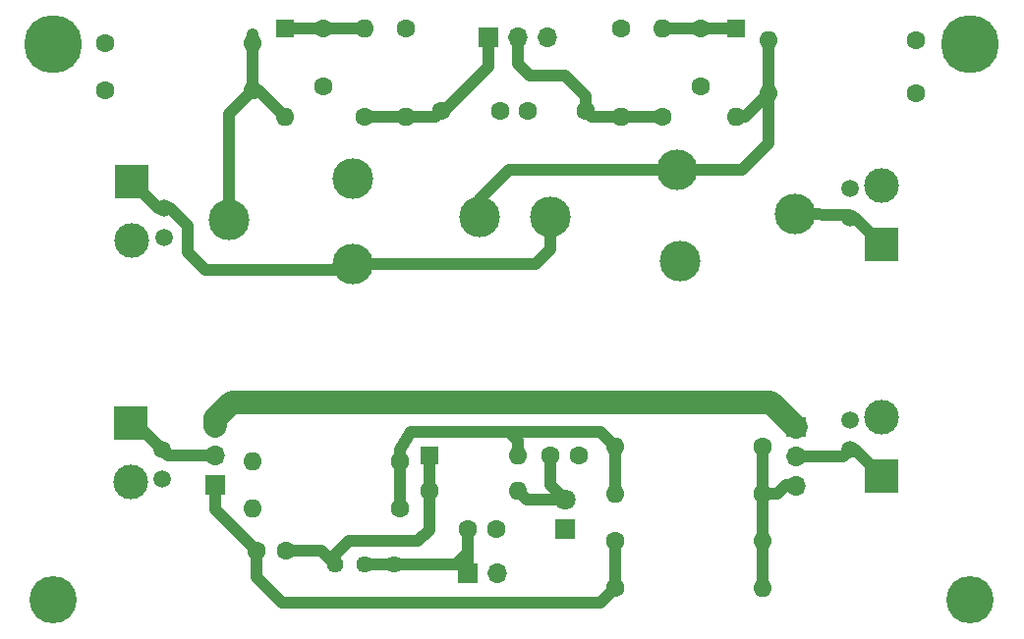
<source format=gbr>
%TF.GenerationSoftware,KiCad,Pcbnew,(6.0.11)*%
%TF.CreationDate,2023-02-05T16:51:29-06:00*%
%TF.ProjectId,MatchTester,4d617463-6854-4657-9374-65722e6b6963,rev?*%
%TF.SameCoordinates,Original*%
%TF.FileFunction,Copper,L2,Bot*%
%TF.FilePolarity,Positive*%
%FSLAX46Y46*%
G04 Gerber Fmt 4.6, Leading zero omitted, Abs format (unit mm)*
G04 Created by KiCad (PCBNEW (6.0.11)) date 2023-02-05 16:51:29*
%MOMM*%
%LPD*%
G01*
G04 APERTURE LIST*
%TA.AperFunction,ComponentPad*%
%ADD10R,1.700000X1.700000*%
%TD*%
%TA.AperFunction,ComponentPad*%
%ADD11O,1.700000X1.700000*%
%TD*%
%TA.AperFunction,ComponentPad*%
%ADD12C,1.600000*%
%TD*%
%TA.AperFunction,ComponentPad*%
%ADD13O,1.600000X1.600000*%
%TD*%
%TA.AperFunction,ComponentPad*%
%ADD14C,3.500000*%
%TD*%
%TA.AperFunction,ComponentPad*%
%ADD15C,5.000000*%
%TD*%
%TA.AperFunction,ComponentPad*%
%ADD16R,1.600000X1.600000*%
%TD*%
%TA.AperFunction,ComponentPad*%
%ADD17C,1.500000*%
%TD*%
%TA.AperFunction,ComponentPad*%
%ADD18R,3.000000X3.000000*%
%TD*%
%TA.AperFunction,ComponentPad*%
%ADD19C,3.000000*%
%TD*%
%TA.AperFunction,ComponentPad*%
%ADD20C,4.064000*%
%TD*%
%TA.AperFunction,ComponentPad*%
%ADD21R,1.800000X1.800000*%
%TD*%
%TA.AperFunction,ComponentPad*%
%ADD22C,1.800000*%
%TD*%
%TA.AperFunction,ComponentPad*%
%ADD23C,1.440000*%
%TD*%
%TA.AperFunction,Conductor*%
%ADD24C,1.000000*%
%TD*%
%TA.AperFunction,Conductor*%
%ADD25C,2.000000*%
%TD*%
G04 APERTURE END LIST*
D10*
%TO.P,JP1,1,1*%
%TO.N,Net-(JP1-Pad1)*%
X106950000Y-76050000D03*
D11*
%TO.P,JP1,2,2*%
%TO.N,Net-(J2-Pad1)*%
X106950000Y-78590000D03*
%TO.P,JP1,3,3*%
%TO.N,Net-(R13-Pad2)*%
X106950000Y-81130000D03*
%TD*%
D12*
%TO.P,R13,1*%
%TO.N,Net-(C6-Pad1)*%
X91390000Y-85854000D03*
D13*
%TO.P,R13,2*%
%TO.N,Net-(R13-Pad2)*%
X104090000Y-85854000D03*
%TD*%
D12*
%TO.P,R11,1*%
%TO.N,Net-(R13-Pad2)*%
X104090000Y-81790000D03*
D13*
%TO.P,R11,2*%
%TO.N,Net-(D4-Pad2)*%
X91390000Y-81790000D03*
%TD*%
D12*
%TO.P,R9,1*%
%TO.N,Net-(R13-Pad2)*%
X104090000Y-77726000D03*
D13*
%TO.P,R9,2*%
%TO.N,Net-(D4-Pad2)*%
X91390000Y-77726000D03*
%TD*%
D12*
%TO.P,R3,1*%
%TO.N,GND*%
X117348000Y-42672000D03*
D13*
%TO.P,R3,2*%
%TO.N,Net-(D2-Pad2)*%
X104648000Y-42672000D03*
%TD*%
D12*
%TO.P,R2,1*%
%TO.N,GND*%
X47498000Y-42926000D03*
D13*
%TO.P,R2,2*%
%TO.N,Net-(R1-Pad2)*%
X60198000Y-42926000D03*
%TD*%
D12*
%TO.P,R4,1*%
%TO.N,GND*%
X117348000Y-47244000D03*
D13*
%TO.P,R4,2*%
%TO.N,Net-(D2-Pad2)*%
X104648000Y-47244000D03*
%TD*%
D14*
%TO.P,J7,1,Pin_1*%
%TO.N,Net-(R1-Pad2)*%
X58166000Y-58166000D03*
%TD*%
%TO.P,J9,1,Pin_1*%
%TO.N,Net-(J30-Pad1)*%
X85852000Y-57912000D03*
%TD*%
%TO.P,J11,1,Pin_1*%
%TO.N,Net-(D2-Pad2)*%
X79756000Y-57912000D03*
%TD*%
%TO.P,J13,1,Pin_1*%
%TO.N,Net-(J13-Pad1)*%
X106934000Y-57658000D03*
%TD*%
D15*
%TO.P,J21,1,Pin_1*%
%TO.N,GND*%
X43000000Y-43000000D03*
%TD*%
%TO.P,J22,1,Pin_1*%
%TO.N,GND*%
X122000000Y-43000000D03*
%TD*%
D14*
%TO.P,J29,1,Pin_1*%
%TO.N,GND*%
X68834000Y-54610000D03*
%TD*%
%TO.P,J30,1,Pin_1*%
%TO.N,Net-(J30-Pad1)*%
X68834000Y-61976000D03*
%TD*%
%TO.P,J31,1,Pin_1*%
%TO.N,Net-(D2-Pad2)*%
X96774000Y-53848000D03*
%TD*%
D12*
%TO.P,C1,1*%
%TO.N,Net-(R5-Pad2)*%
X66294000Y-41656000D03*
%TO.P,C1,2*%
%TO.N,GND*%
X66294000Y-46656000D03*
%TD*%
%TO.P,C2,1*%
%TO.N,Net-(C2-Pad1)*%
X76454000Y-48768000D03*
%TO.P,C2,2*%
%TO.N,GND*%
X81454000Y-48768000D03*
%TD*%
%TO.P,C3,1*%
%TO.N,Net-(R7-Pad2)*%
X98806000Y-41656000D03*
%TO.P,C3,2*%
%TO.N,GND*%
X98806000Y-46656000D03*
%TD*%
%TO.P,C4,1*%
%TO.N,Net-(C4-Pad1)*%
X88900000Y-48768000D03*
%TO.P,C4,2*%
%TO.N,GND*%
X83900000Y-48768000D03*
%TD*%
D10*
%TO.P,J33,1,Pin_1*%
%TO.N,Net-(C2-Pad1)*%
X80518000Y-42418000D03*
D11*
%TO.P,J33,2,Pin_2*%
%TO.N,Net-(C4-Pad1)*%
X83058000Y-42418000D03*
%TO.P,J33,3,Pin_3*%
%TO.N,GND*%
X85598000Y-42418000D03*
%TD*%
D12*
%TO.P,R5,1*%
%TO.N,Net-(C2-Pad1)*%
X69850000Y-49276000D03*
D13*
%TO.P,R5,2*%
%TO.N,Net-(R5-Pad2)*%
X69850000Y-41656000D03*
%TD*%
D12*
%TO.P,R6,1*%
%TO.N,GND*%
X73406000Y-41656000D03*
D13*
%TO.P,R6,2*%
%TO.N,Net-(C2-Pad1)*%
X73406000Y-49276000D03*
%TD*%
D12*
%TO.P,R7,1*%
%TO.N,Net-(C4-Pad1)*%
X95504000Y-49276000D03*
D13*
%TO.P,R7,2*%
%TO.N,Net-(R7-Pad2)*%
X95504000Y-41656000D03*
%TD*%
D12*
%TO.P,R8,1*%
%TO.N,GND*%
X91948000Y-41656000D03*
D13*
%TO.P,R8,2*%
%TO.N,Net-(C4-Pad1)*%
X91948000Y-49276000D03*
%TD*%
D16*
%TO.P,D1,1,K*%
%TO.N,Net-(R5-Pad2)*%
X62992000Y-41656000D03*
D13*
%TO.P,D1,2,A*%
%TO.N,Net-(R1-Pad2)*%
X62992000Y-49276000D03*
%TD*%
D16*
%TO.P,D2,1,K*%
%TO.N,Net-(R7-Pad2)*%
X101854000Y-41656000D03*
D13*
%TO.P,D2,2,A*%
%TO.N,Net-(D2-Pad2)*%
X101854000Y-49276000D03*
%TD*%
D12*
%TO.P,R1,1*%
%TO.N,GND*%
X47498000Y-46990000D03*
D13*
%TO.P,R1,2*%
%TO.N,Net-(R1-Pad2)*%
X60198000Y-46990000D03*
%TD*%
D17*
%TO.P,J4,1,In*%
%TO.N,Net-(J30-Pad1)*%
X52512000Y-57150000D03*
%TO.P,J4,2,Ext*%
%TO.N,GND*%
X52512000Y-59690000D03*
D18*
%TO.P,J4,1,In*%
%TO.N,Net-(J30-Pad1)*%
X49784000Y-54864000D03*
D19*
%TO.P,J4,2,Ext*%
%TO.N,GND*%
X49784000Y-59944000D03*
%TD*%
D17*
%TO.P,J20,1,In*%
%TO.N,Net-(J13-Pad1)*%
X111620000Y-58000000D03*
%TO.P,J20,2,Ext*%
%TO.N,GND*%
X111620000Y-55460000D03*
D18*
%TO.P,J20,1,In*%
%TO.N,Net-(J13-Pad1)*%
X114348000Y-60286000D03*
D19*
%TO.P,J20,2,Ext*%
%TO.N,GND*%
X114348000Y-55206000D03*
%TD*%
D20*
%TO.P,J25,1,Pin_1*%
%TO.N,GND*%
X122000000Y-91000000D03*
%TD*%
%TO.P,J26,1,Pin_1*%
%TO.N,GND*%
X43000000Y-91000000D03*
%TD*%
D14*
%TO.P,J1,1,Pin_1*%
%TO.N,GND*%
X97028000Y-61722000D03*
%TD*%
D16*
%TO.P,D4,1,K*%
%TO.N,Net-(C6-Pad2)*%
X75388000Y-78488000D03*
D13*
%TO.P,D4,2,A*%
%TO.N,Net-(D4-Pad2)*%
X83008000Y-78488000D03*
%TD*%
D21*
%TO.P,D5,1,K*%
%TO.N,GND*%
X87072000Y-84838000D03*
D22*
%TO.P,D5,2,A*%
%TO.N,Net-(D5-Pad2)*%
X87072000Y-82298000D03*
%TD*%
D17*
%TO.P,J2,1,In*%
%TO.N,Net-(J2-Pad1)*%
X111620000Y-78000000D03*
%TO.P,J2,2,Ext*%
%TO.N,GND*%
X111620000Y-75460000D03*
D18*
%TO.P,J2,1,In*%
%TO.N,Net-(J2-Pad1)*%
X114348000Y-80286000D03*
D19*
%TO.P,J2,2,Ext*%
%TO.N,GND*%
X114348000Y-75206000D03*
%TD*%
D17*
%TO.P,J3,1,In*%
%TO.N,Net-(J3-Pad1)*%
X52380000Y-78000000D03*
%TO.P,J3,2,Ext*%
%TO.N,GND*%
X52380000Y-80540000D03*
D18*
%TO.P,J3,1,In*%
%TO.N,Net-(J3-Pad1)*%
X49652000Y-75714000D03*
D19*
%TO.P,J3,2,Ext*%
%TO.N,GND*%
X49652000Y-80794000D03*
%TD*%
D10*
%TO.P,JP2,1,1*%
%TO.N,Net-(C6-Pad1)*%
X56950000Y-81050000D03*
D11*
%TO.P,JP2,2,2*%
%TO.N,Net-(J3-Pad1)*%
X56950000Y-78510000D03*
%TO.P,JP2,3,3*%
%TO.N,Net-(JP1-Pad1)*%
X56950000Y-75970000D03*
%TD*%
D12*
%TO.P,R10,1*%
%TO.N,Net-(D4-Pad2)*%
X72848000Y-78996000D03*
D13*
%TO.P,R10,2*%
%TO.N,GND*%
X60148000Y-78996000D03*
%TD*%
D12*
%TO.P,R12,1*%
%TO.N,Net-(D4-Pad2)*%
X72848000Y-83060000D03*
D13*
%TO.P,R12,2*%
%TO.N,GND*%
X60148000Y-83060000D03*
%TD*%
D12*
%TO.P,R14,1*%
%TO.N,Net-(C6-Pad1)*%
X91390000Y-89918000D03*
D13*
%TO.P,R14,2*%
%TO.N,Net-(R13-Pad2)*%
X104090000Y-89918000D03*
%TD*%
D12*
%TO.P,R15,1*%
%TO.N,Net-(C6-Pad2)*%
X75388000Y-81536000D03*
D13*
%TO.P,R15,2*%
%TO.N,Net-(D5-Pad2)*%
X83008000Y-81536000D03*
%TD*%
D12*
%TO.P,C5,1*%
%TO.N,Net-(D5-Pad2)*%
X85802000Y-78488000D03*
%TO.P,C5,2*%
%TO.N,GND*%
X88302000Y-78488000D03*
%TD*%
%TO.P,C6,1*%
%TO.N,Net-(C6-Pad1)*%
X60530000Y-86720000D03*
%TO.P,C6,2*%
%TO.N,Net-(C6-Pad2)*%
X63030000Y-86720000D03*
%TD*%
%TO.P,C7,1*%
%TO.N,Net-(C7-Pad1)*%
X78690000Y-84838000D03*
%TO.P,C7,2*%
%TO.N,GND*%
X81190000Y-84838000D03*
%TD*%
D10*
%TO.P,J5,1,Pin_1*%
%TO.N,Net-(C7-Pad1)*%
X78690000Y-88648000D03*
D11*
%TO.P,J5,2,Pin_2*%
%TO.N,GND*%
X81230000Y-88648000D03*
%TD*%
D23*
%TO.P,RV1,1,1*%
%TO.N,Net-(C7-Pad1)*%
X72340000Y-87886000D03*
%TO.P,RV1,2,2*%
X69800000Y-87886000D03*
%TO.P,RV1,3,3*%
%TO.N,Net-(C6-Pad2)*%
X67260000Y-87886000D03*
%TD*%
D24*
%TO.N,Net-(R5-Pad2)*%
X69850000Y-41656000D02*
X66040000Y-41656000D01*
X66294000Y-41656000D02*
X62992000Y-41656000D01*
%TO.N,Net-(C2-Pad1)*%
X76454000Y-48768000D02*
X76708000Y-48768000D01*
X76708000Y-48768000D02*
X80518000Y-44958000D01*
X80518000Y-44958000D02*
X80518000Y-42418000D01*
X73406000Y-49276000D02*
X75946000Y-49276000D01*
X75946000Y-49276000D02*
X76454000Y-48768000D01*
X69850000Y-49276000D02*
X73406000Y-49276000D01*
%TO.N,Net-(R7-Pad2)*%
X98806000Y-41656000D02*
X101854000Y-41656000D01*
X95504000Y-41656000D02*
X98806000Y-41656000D01*
%TO.N,Net-(C4-Pad1)*%
X95504000Y-49276000D02*
X91948000Y-49276000D01*
X91948000Y-49276000D02*
X89408000Y-49276000D01*
X89408000Y-49276000D02*
X88900000Y-48768000D01*
X83058000Y-42418000D02*
X83058000Y-44704000D01*
X88900000Y-47498000D02*
X88900000Y-48768000D01*
X87122000Y-45720000D02*
X88900000Y-47498000D01*
X84074000Y-45720000D02*
X87122000Y-45720000D01*
X83058000Y-44704000D02*
X84074000Y-45720000D01*
%TO.N,Net-(R1-Pad2)*%
X60198000Y-46990000D02*
X60198000Y-42164000D01*
X60198000Y-42164000D02*
X60198000Y-42926000D01*
X60198000Y-46990000D02*
X60706000Y-46990000D01*
X60706000Y-46990000D02*
X62992000Y-49276000D01*
X58166000Y-58166000D02*
X58166000Y-49022000D01*
X58166000Y-49022000D02*
X60198000Y-46990000D01*
%TO.N,Net-(D2-Pad2)*%
X101854000Y-49276000D02*
X102616000Y-49276000D01*
X102616000Y-49276000D02*
X104648000Y-47244000D01*
X96774000Y-53848000D02*
X102362000Y-53848000D01*
X104648000Y-51562000D02*
X104648000Y-47244000D01*
X102362000Y-53848000D02*
X104648000Y-51562000D01*
X104648000Y-42672000D02*
X104648000Y-47244000D01*
X79756000Y-57912000D02*
X79756000Y-56388000D01*
X79756000Y-56388000D02*
X82296000Y-53848000D01*
X82296000Y-53848000D02*
X96774000Y-53848000D01*
%TO.N,Net-(D5-Pad2)*%
X87072000Y-82298000D02*
X83770000Y-82298000D01*
X83770000Y-82298000D02*
X83008000Y-81536000D01*
X85802000Y-78488000D02*
X85802000Y-81028000D01*
X85802000Y-81028000D02*
X87072000Y-82298000D01*
%TO.N,Net-(J3-Pad1)*%
X56950000Y-78510000D02*
X52890000Y-78510000D01*
X52890000Y-78510000D02*
X52380000Y-78000000D01*
X49652000Y-75714000D02*
X50094000Y-75714000D01*
X50094000Y-75714000D02*
X52380000Y-78000000D01*
%TO.N,Net-(J30-Pad1)*%
X52512000Y-57150000D02*
X52070000Y-57150000D01*
X52070000Y-57150000D02*
X49784000Y-54864000D01*
X85852000Y-57912000D02*
X85852000Y-60706000D01*
X84582000Y-61976000D02*
X68834000Y-61976000D01*
X85852000Y-60706000D02*
X84582000Y-61976000D01*
X68834000Y-61976000D02*
X68072000Y-61976000D01*
X68072000Y-61976000D02*
X67564000Y-62484000D01*
X67564000Y-62484000D02*
X56134000Y-62484000D01*
X56134000Y-62484000D02*
X54610000Y-60960000D01*
X54610000Y-60960000D02*
X54610000Y-58674000D01*
X54610000Y-58674000D02*
X53086000Y-57150000D01*
X53086000Y-57150000D02*
X52512000Y-57150000D01*
%TO.N,Net-(J13-Pad1)*%
X111620000Y-58000000D02*
X112062000Y-58000000D01*
X112062000Y-58000000D02*
X114348000Y-60286000D01*
X106934000Y-57658000D02*
X111366000Y-57746000D01*
X111366000Y-57746000D02*
X111620000Y-58000000D01*
%TO.N,Net-(C6-Pad1)*%
X60530000Y-86720000D02*
X60530000Y-89030000D01*
X90120000Y-91188000D02*
X91390000Y-89918000D01*
X62688000Y-91188000D02*
X90120000Y-91188000D01*
X60530000Y-89030000D02*
X62688000Y-91188000D01*
X91390000Y-85854000D02*
X91390000Y-89918000D01*
X56950000Y-81050000D02*
X56950000Y-83140000D01*
X56950000Y-83140000D02*
X60530000Y-86720000D01*
%TO.N,Net-(C6-Pad2)*%
X67260000Y-87886000D02*
X67260000Y-87100000D01*
X75388000Y-84922000D02*
X75388000Y-81536000D01*
X74400000Y-85910000D02*
X75388000Y-84922000D01*
X68450000Y-85910000D02*
X74400000Y-85910000D01*
X67260000Y-87100000D02*
X68450000Y-85910000D01*
X63030000Y-86720000D02*
X66094000Y-86720000D01*
X66094000Y-86720000D02*
X67260000Y-87886000D01*
X75388000Y-78488000D02*
X75388000Y-81536000D01*
%TO.N,Net-(J2-Pad1)*%
X106950000Y-78590000D02*
X111030000Y-78590000D01*
X111030000Y-78590000D02*
X111620000Y-78000000D01*
X111620000Y-78000000D02*
X112062000Y-78000000D01*
X112062000Y-78000000D02*
X114348000Y-80286000D01*
D25*
%TO.N,Net-(JP1-Pad1)*%
X56950000Y-75970000D02*
X56950000Y-75336000D01*
X56950000Y-75336000D02*
X58370000Y-73916000D01*
X58370000Y-73916000D02*
X104816000Y-73916000D01*
X104816000Y-73916000D02*
X106950000Y-76050000D01*
D24*
%TO.N,Net-(R13-Pad2)*%
X104090000Y-85854000D02*
X104090000Y-89918000D01*
X104090000Y-81790000D02*
X104090000Y-85854000D01*
X104090000Y-81790000D02*
X105360000Y-81790000D01*
X105360000Y-81790000D02*
X106122000Y-81028000D01*
X106122000Y-81028000D02*
X106950000Y-81130000D01*
X104090000Y-81790000D02*
X104090000Y-77726000D01*
%TO.N,Net-(D4-Pad2)*%
X83008000Y-78488000D02*
X83008000Y-77218000D01*
X83008000Y-77218000D02*
X82246000Y-76456000D01*
X72848000Y-78996000D02*
X72848000Y-83060000D01*
X82246000Y-76456000D02*
X90120000Y-76456000D01*
X90120000Y-76456000D02*
X91390000Y-77726000D01*
X91390000Y-77726000D02*
X91390000Y-81790000D01*
X72848000Y-78996000D02*
X72848000Y-77980000D01*
X73770000Y-76450000D02*
X82246000Y-76456000D01*
X72848000Y-77980000D02*
X73770000Y-76450000D01*
%TO.N,Net-(C7-Pad1)*%
X72340000Y-87886000D02*
X77674000Y-87886000D01*
X77674000Y-87886000D02*
X78690000Y-86870000D01*
X78690000Y-84838000D02*
X78690000Y-86870000D01*
X78690000Y-86870000D02*
X78690000Y-88648000D01*
X72340000Y-87886000D02*
X69800000Y-87886000D01*
%TD*%
M02*

</source>
